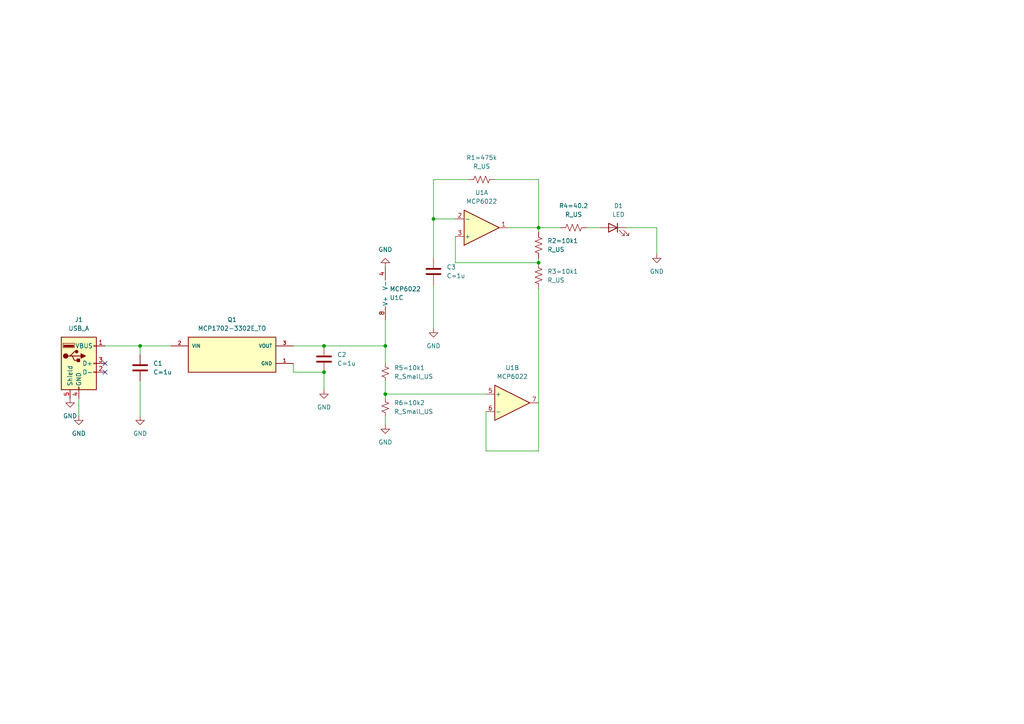
<source format=kicad_sch>
(kicad_sch (version 20211123) (generator eeschema)
  (paper "A4")
  (lib_symbols
    (symbol "Amplifier_Operational:MCP6022" (pin_names (offset 0.127))
      (property "Reference" "U" (at 0 5.08 0))
      (property "Value" "MCP6022" (at 0 -5.08 0))
      (symbol "MCP6022_1_1"
        (polyline (pts (xy -5.08 5.08) (xy 5.08 0) (xy -5.08 -5.08) (xy -5.08 5.08)) (stroke (width 0.254)) (fill (type background)))
        (pin output line (at 7.62 0 180) (length 2.54) (name "~") (number "1"))
        (pin input line (at -7.62 -2.54 0) (length 2.54) (name "-") (number "2"))
        (pin input line (at -7.62 2.54 0) (length 2.54) (name "+") (number "3"))
      )
      (symbol "MCP6022_2_1"
        (polyline (pts (xy -5.08 5.08) (xy 5.08 0) (xy -5.08 -5.08) (xy -5.08 5.08)) (stroke (width 0.254)) (fill (type background)))
        (pin input line (at -7.62 2.54 0) (length 2.54) (name "+") (number "5"))
        (pin input line (at -7.62 -2.54 0) (length 2.54) (name "-") (number "6"))
        (pin output line (at 7.62 0 180) (length 2.54) (name "~") (number "7"))
      )
      (symbol "MCP6022_3_1"
        (pin power_in line (at -2.54 -7.62 90) (length 3.81) (name "V-") (number "4"))
        (pin power_in line (at -2.54 7.62 270) (length 3.81) (name "V+") (number "8"))
      )
    )
    (symbol "Connector:USB_A" (pin_names (offset 1.016))
      (property "Reference" "J" (at -5.08 11.43 0))
      (property "Value" "USB_A" (at -5.08 8.89 0))
      (symbol "USB_A_0_1"
        (rectangle (start -5.08 -7.62) (end 5.08 7.62) (stroke (width 0.254)) (fill (type background)))
        (circle (center -3.81 2.159) (radius 0.635) (stroke (width 0.254)) (fill (type outline)))
        (rectangle (start -1.524 4.826) (end -4.318 5.334) (fill (type outline)))
        (rectangle (start -1.27 4.572) (end -4.572 5.842))
        (circle (center -0.635 3.429) (radius 0.381) (stroke (width 0.254)) (fill (type outline)))
        (rectangle (start -0.127 -7.62) (end 0.127 -6.858))
        (polyline (pts (xy -3.175 2.159) (xy -2.54 2.159) (xy -1.27 3.429) (xy -0.635 3.429)) (stroke (width 0.254)))
        (polyline (pts (xy -2.54 2.159) (xy -1.905 2.159) (xy -1.27 0.889) (xy 0 0.889)) (stroke (width 0.254)))
        (polyline (pts (xy 0.635 2.794) (xy 0.635 1.524) (xy 1.905 2.159) (xy 0.635 2.794)) (stroke (width 0.254)) (fill (type outline)))
        (rectangle (start 0.254 1.27) (end -0.508 0.508) (stroke (width 0.254)) (fill (type outline)))
        (rectangle (start 5.08 -2.667) (end 4.318 -2.413))
        (rectangle (start 5.08 -0.127) (end 4.318 0.127))
        (rectangle (start 5.08 4.953) (end 4.318 5.207))
      )
      (symbol "USB_A_1_1"
        (polyline (pts (xy -1.905 2.159) (xy 0.635 2.159)) (stroke (width 0.254)))
        (pin power_in line (at 7.62 5.08 180) (length 2.54) (name "VBUS") (number "1"))
        (pin bidirectional line (at 7.62 -2.54 180) (length 2.54) (name "D-") (number "2"))
        (pin bidirectional line (at 7.62 0 180) (length 2.54) (name "D+") (number "3"))
        (pin power_in line (at 0 -10.16 90) (length 2.54) (name "GND") (number "4"))
        (pin passive line (at -2.54 -10.16 90) (length 2.54) (name "Shield") (number "5"))
      )
    )
    (symbol "Device:C" (pin_numbers hide) (pin_names (offset 0.254))
      (property "Reference" "C" (at 0.635 2.54 0))
      (property "Value" "C" (at 0.635 -2.54 0))
      (symbol "C_0_1"
        (polyline (pts (xy -2.032 -0.762) (xy 2.032 -0.762)) (stroke (width 0.508)))
        (polyline (pts (xy -2.032 0.762) (xy 2.032 0.762)) (stroke (width 0.508)))
      )
      (symbol "C_1_1"
        (pin passive line (at 0 3.81 270) (length 2.794) (name "~") (number "1"))
        (pin passive line (at 0 -3.81 90) (length 2.794) (name "~") (number "2"))
      )
    )
    (symbol "Device:LED" (pin_numbers hide) (pin_names (offset 1.016) hide)
      (property "Reference" "D" (at 0 2.54 0))
      (property "Value" "LED" (at 0 -2.54 0))
      (symbol "LED_0_1"
        (polyline (pts (xy -1.27 -1.27) (xy -1.27 1.27)) (stroke (width 0.254)))
        (polyline (pts (xy -1.27 0) (xy 1.27 0)))
        (polyline (pts (xy 1.27 -1.27) (xy 1.27 1.27) (xy -1.27 0) (xy 1.27 -1.27)) (stroke (width 0.254)))
        (polyline (pts (xy -3.048 -0.762) (xy -4.572 -2.286) (xy -3.81 -2.286) (xy -4.572 -2.286) (xy -4.572 -1.524)))
        (polyline (pts (xy -1.778 -0.762) (xy -3.302 -2.286) (xy -2.54 -2.286) (xy -3.302 -2.286) (xy -3.302 -1.524)))
      )
      (symbol "LED_1_1"
        (pin passive line (at -3.81 0 0) (length 2.54) (name "K") (number "1"))
        (pin passive line (at 3.81 0 180) (length 2.54) (name "A") (number "2"))
      )
    )
    (symbol "Device:R_Small_US" (pin_numbers hide) (pin_names (offset 0.254) hide)
      (property "Reference" "R" (at 0.762 0.508 0))
      (property "Value" "R_Small_US" (at 0.762 -1.016 0))
      (symbol "R_Small_US_1_1"
        (polyline (pts (xy 0 0) (xy 1.016 -0.381) (xy 0 -0.762) (xy -1.016 -1.143) (xy 0 -1.524)))
        (polyline (pts (xy 0 1.524) (xy 1.016 1.143) (xy 0 0.762) (xy -1.016 0.381) (xy 0 0)))
        (pin passive line (at 0 2.54 270) (length 1.016) (name "~") (number "1"))
        (pin passive line (at 0 -2.54 90) (length 1.016) (name "~") (number "2"))
      )
    )
    (symbol "Device:R_US" (pin_numbers hide) (pin_names (offset 0))
      (property "Reference" "R" (at 2.54 0 90))
      (property "Value" "R_US" (at -2.54 0 90))
      (symbol "R_US_0_1"
        (polyline (pts (xy 0 -2.286) (xy 0 -2.54)))
        (polyline (pts (xy 0 2.286) (xy 0 2.54)))
        (polyline (pts (xy 0 -0.762) (xy 1.016 -1.143) (xy 0 -1.524) (xy -1.016 -1.905) (xy 0 -2.286)))
        (polyline (pts (xy 0 0.762) (xy 1.016 0.381) (xy 0 0) (xy -1.016 -0.381) (xy 0 -0.762)))
        (polyline (pts (xy 0 2.286) (xy 1.016 1.905) (xy 0 1.524) (xy -1.016 1.143) (xy 0 0.762)))
      )
      (symbol "R_US_1_1"
        (pin passive line (at 0 3.81 270) (length 1.27) (name "~") (number "1"))
        (pin passive line (at 0 -3.81 90) (length 1.27) (name "~") (number "2"))
      )
    )
    (symbol "MCP1702:MCP1702-3302E_TO" (pin_names (offset 1.016))
      (property "Reference" "Q" (at -12.7 7.62 0))
      (property "Value" "MCP1702-3302E_TO" (at -12.7 -10.16 0))
      (symbol "MCP1702-3302E_TO_0_0"
        (rectangle (start -12.7 -5.08) (end 12.7 5.08) (stroke (width 0.254)) (fill (type background)))
        (pin power_in line (at 17.78 -2.54 180) (length 5.08) (name "GND") (number "1"))
        (pin input line (at -17.78 2.54 0) (length 5.08) (name "VIN") (number "2"))
        (pin output line (at 17.78 2.54 180) (length 5.08) (name "VOUT") (number "3"))
      )
    )
    (symbol "power:GND" (power) (pin_names (offset 0))
      (property "Value" "GND" (at 0 -3.81 0))
      (symbol "GND_0_1"
        (polyline (pts (xy 0 0) (xy 0 -1.27) (xy 1.27 -1.27) (xy 0 -2.54) (xy -1.27 -1.27) (xy 0 -1.27)))
      )
      (symbol "GND_1_1"
        (pin power_in line (at 0 0 270) (length 0) hide (name "GND") (number "1"))
      )
    )
  )
  (junction (at 40.64 100.33))
  (junction (at 111.76 114.3))
  (junction (at 156.21 76.2))
  (junction (at 111.76 100.33))
  (junction (at 125.73 63.5))
  (junction (at 93.98 107.95))
  (junction (at 156.21 66.04))
  (junction (at 93.98 100.33))
  (no_connect (at 30.48 107.95))
  (no_connect (at 30.48 105.41))
  (wire (pts (xy 135.89 52.07) (xy 125.73 52.07)))
  (wire (pts (xy 190.5 66.04) (xy 190.5 73.66)))
  (wire (pts (xy 147.32 66.04) (xy 156.21 66.04)))
  (wire (pts (xy 140.97 130.81) (xy 156.21 130.81)))
  (wire (pts (xy 156.21 66.04) (xy 156.21 67.31)))
  (wire (pts (xy 125.73 52.07) (xy 125.73 63.5)))
  (wire (pts (xy 143.51 52.07) (xy 156.21 52.07)))
  (wire (pts (xy 125.73 63.5) (xy 132.08 63.5)))
  (wire (pts (xy 170.18 66.04) (xy 173.99 66.04)))
  (wire (pts (xy 125.73 82.55) (xy 125.73 95.25)))
  (wire (pts (xy 85.09 107.95) (xy 93.98 107.95)))
  (wire (pts (xy 30.48 100.33) (xy 40.64 100.33)))
  (wire (pts (xy 85.09 100.33) (xy 93.98 100.33)))
  (wire (pts (xy 40.64 100.33) (xy 49.53 100.33)))
  (wire (pts (xy 40.64 110.49) (xy 40.64 120.65)))
  (wire (pts (xy 156.21 74.93) (xy 156.21 76.2)))
  (wire (pts (xy 85.09 105.41) (xy 85.09 107.95)))
  (wire (pts (xy 156.21 83.82) (xy 156.21 130.81)))
  (wire (pts (xy 125.73 63.5) (xy 125.73 74.93)))
  (wire (pts (xy 93.98 100.33) (xy 111.76 100.33)))
  (wire (pts (xy 111.76 120.65) (xy 111.76 123.19)))
  (wire (pts (xy 111.76 110.49) (xy 111.76 114.3)))
  (wire (pts (xy 40.64 100.33) (xy 40.64 102.87)))
  (wire (pts (xy 22.86 115.57) (xy 22.86 120.65)))
  (wire (pts (xy 111.76 100.33) (xy 111.76 105.41)))
  (wire (pts (xy 132.08 68.58) (xy 132.08 76.2)))
  (wire (pts (xy 132.08 76.2) (xy 156.21 76.2)))
  (wire (pts (xy 111.76 114.3) (xy 111.76 115.57)))
  (wire (pts (xy 111.76 92.71) (xy 111.76 100.33)))
  (wire (pts (xy 140.97 119.38) (xy 140.97 130.81)))
  (wire (pts (xy 156.21 66.04) (xy 162.56 66.04)))
  (wire (pts (xy 111.76 114.3) (xy 140.97 114.3)))
  (wire (pts (xy 181.61 66.04) (xy 190.5 66.04)))
  (wire (pts (xy 93.98 107.95) (xy 93.98 113.03)))
  (wire (pts (xy 156.21 52.07) (xy 156.21 66.04)))
  (symbol (lib_id "Device:C") (at 93.98 104.14 0) (unit 1)
    (property "Reference" "C2" (at 97.79 102.8699 0) (effects (justify left)))
    (property "Value" "C=1u" (at 97.79 105.4099 0) (effects (justify left)))
    (property "Footprint" "Capacitor_SMD:C_0603_1608Metric" (effects hide))
  )
  (symbol (lib_id "power:GND") (at 190.5 73.66 0) (unit 1)
    (property "Reference" "#PWR0105" (effects hide))
    (property "Value" "GND" (at 190.5 78.74 0))
  )
  (symbol (lib_id "Amplifier_Operational:MCP6022") (at 148.59 116.84 0) (unit 2)
    (property "Reference" "U1" (at 148.59 106.68 0))
    (property "Value" "MCP6022" (at 148.59 109.22 0))
    (property "Footprint" "mcp6022:MCP6022T-I&slash_ST" (effects hide))
    (property "Datasheet" "http://ww1.microchip.com/downloads/en/devicedoc/20001685e.pdf" (effects hide))
  )
  (symbol (lib_id "power:GND") (at 40.64 120.65 0) (unit 1)
    (property "Reference" "#PWR0103" (effects hide))
    (property "Value" "GND" (at 40.64 125.73 0))
  )
  (symbol (lib_id "Device:C") (at 40.64 106.68 0) (unit 1)
    (property "Reference" "C1" (at 44.45 105.4099 0) (effects (justify left)))
    (property "Value" "C=1u" (at 44.45 107.9499 0) (effects (justify left)))
    (property "Footprint" "Capacitor_SMD:C_0603_1608Metric" (effects hide))
  )
  (symbol (lib_id "power:GND") (at 111.76 77.47 0) (mirror x) (unit 1)
    (property "Reference" "#PWR0107" (effects hide))
    (property "Value" "GND" (at 111.76 72.39 0))
  )
  (symbol (lib_id "Connector:USB_A") (at 22.86 105.41 0) (unit 1)
    (property "Reference" "J1" (at 22.86 92.71 0))
    (property "Value" "USB_A" (at 22.86 95.25 0))
    (property "Footprint" "Connector_Molex:MOLEX_48037-0001" (effects hide))
    (property "Datasheet" " ~" (effects hide))
  )
  (symbol (lib_id "MCP1702:MCP1702-3302E_TO") (at 67.31 102.87 0) (unit 1)
    (property "Reference" "Q1" (at 67.31 92.71 0))
    (property "Value" "MCP1702-3302E_TO" (at 67.31 95.25 0))
    (property "Footprint" "mcp1702:Microchip-MCP1702T-3302E_CB-Level_B" (effects hide))
    (property "MANUFACTURER" "MICROCHIP TECH." (effects hide))
    (property "SNAPEDA_PN" "MCP1702-3302E/TO" (effects hide))
    (property "PARTREV" "E" (effects hide))
    (property "STANDARD" "IPC 7351B" (effects hide))
    (property "MAXIMUM_PACKAGE_HEIGHT" "5.334 mm" (effects hide))
  )
  (symbol (lib_id "Device:R_Small_US") (at 111.76 107.95 0) (unit 1)
    (property "Reference" "R5=10k1" (at 114.3 106.6799 0) (effects (justify left)))
    (property "Value" "R_Small_US" (at 114.3 109.2199 0) (effects (justify left)))
    (property "Footprint" "Resistor_SMD:R_0603_1608Metric" (effects hide))
  )
  (symbol (lib_id "Device:R_US") (at 156.21 71.12 0) (unit 1)
    (property "Reference" "R2=10k1" (at 158.75 69.8499 0) (effects (justify left)))
    (property "Value" "R_US" (at 158.75 72.3899 0) (effects (justify left)))
    (property "Footprint" "Resistor_SMD:R_0603_1608Metric" (effects hide))
  )
  (symbol (lib_id "Device:LED") (at 177.8 66.04 0) (mirror y) (unit 1)
    (property "Reference" "D1" (at 179.3875 59.69 0))
    (property "Value" "LED" (at 179.3875 62.23 0))
    (property "Footprint" "LED_SMD:LED_0805_2012Metric" (effects hide))
  )
  (symbol (lib_id "Device:C") (at 125.73 78.74 0) (unit 1)
    (property "Reference" "C3" (at 129.54 77.4699 0) (effects (justify left)))
    (property "Value" "C=1u" (at 129.54 80.0099 0) (effects (justify left)))
    (property "Footprint" "Capacitor_SMD:C_0603_1608Metric" (effects hide))
  )
  (symbol (lib_id "Device:R_Small_US") (at 111.76 118.11 0) (unit 1)
    (property "Reference" "R6=10k2" (at 114.3 116.8399 0) (effects (justify left)))
    (property "Value" "R_Small_US" (at 114.3 119.3799 0) (effects (justify left)))
    (property "Footprint" "Resistor_SMD:R_0603_1608Metric" (effects hide))
  )
  (symbol (lib_id "Device:R_US") (at 156.21 80.01 0) (unit 1)
    (property "Reference" "R3=10k1" (at 158.75 78.7399 0) (effects (justify left)))
    (property "Value" "R_US" (at 158.75 81.2799 0) (effects (justify left)))
    (property "Footprint" "Resistor_SMD:R_0603_1608Metric" (effects hide))
  )
  (symbol (lib_id "Device:R_US") (at 166.37 66.04 270) (unit 1)
    (property "Reference" "R4=40.2" (at 166.37 59.69 90))
    (property "Value" "R_US" (at 166.37 62.23 90))
    (property "Footprint" "Resistor_SMD:R_0603_1608Metric" (effects hide))
  )
  (symbol (lib_id "power:GND") (at 125.73 95.25 0) (unit 1)
    (property "Reference" "#PWR0101" (effects hide))
    (property "Value" "GND" (at 125.73 100.33 0))
  )
  (symbol (lib_id "power:GND") (at 20.32 115.57 0) (unit 1)
    (property "Reference" "#PWR0108" (effects hide))
    (property "Value" "GND" (at 20.32 120.65 0))
  )
  (symbol (lib_id "power:GND") (at 22.86 120.65 0) (unit 1)
    (property "Reference" "#PWR0104" (effects hide))
    (property "Value" "GND" (at 22.86 125.73 0))
  )
  (symbol (lib_id "Amplifier_Operational:MCP6022") (at 114.3 85.09 0) (mirror x) (unit 3)
    (property "Reference" "U1" (at 113.03 86.3601 0) (effects (justify left)))
    (property "Value" "MCP6022" (at 113.03 83.8201 0) (effects (justify left)))
    (property "Footprint" "mcp6022:MCP6022T-I&slash_ST" (effects hide))
    (property "Datasheet" "http://ww1.microchip.com/downloads/en/devicedoc/20001685e.pdf" (effects hide))
  )
  (symbol (lib_id "Device:R_US") (at 139.7 52.07 270) (unit 1)
    (property "Reference" "R1=475k" (at 139.7 45.72 90))
    (property "Value" "R_US" (at 139.7 48.26 90))
    (property "Footprint" "Resistor_SMD:R_0603_1608Metric" (effects hide))
  )
  (symbol (lib_id "Amplifier_Operational:MCP6022") (at 139.7 66.04 0) (mirror x) (unit 1)
    (property "Reference" "U1" (at 139.7 55.88 0))
    (property "Value" "MCP6022" (at 139.7 58.42 0))
    (property "Footprint" "mcp6022:MCP6022T-I&slash_ST" (effects hide))
    (property "Datasheet" "http://ww1.microchip.com/downloads/en/devicedoc/20001685e.pdf" (effects hide))
  )
  (symbol (lib_id "power:GND") (at 93.98 113.03 0) (unit 1)
    (property "Reference" "#PWR0102" (effects hide))
    (property "Value" "GND" (at 93.98 118.11 0))
  )
  (symbol (lib_id "power:GND") (at 111.76 123.19 0) (unit 1)
    (property "Reference" "#PWR0106" (effects hide))
    (property "Value" "GND" (at 111.76 128.27 0))
  )
)
</source>
